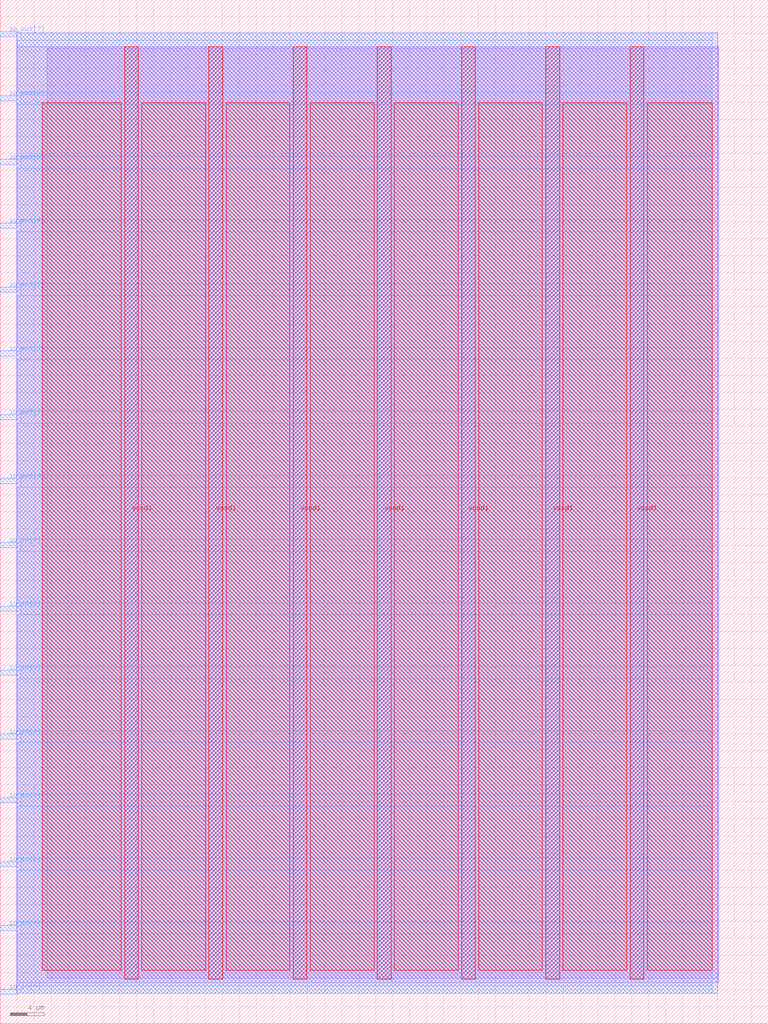
<source format=lef>
VERSION 5.7 ;
  NOWIREEXTENSIONATPIN ON ;
  DIVIDERCHAR "/" ;
  BUSBITCHARS "[]" ;
MACRO user_module_347594509754827347
  CLASS BLOCK ;
  FOREIGN user_module_347594509754827347 ;
  ORIGIN 0.000 0.000 ;
  SIZE 90.000 BY 120.000 ;
  PIN io_in[0]
    DIRECTION INPUT ;
    USE SIGNAL ;
    PORT
      LAYER met3 ;
        RECT 0.000 3.440 2.000 4.040 ;
    END
  END io_in[0]
  PIN io_in[1]
    DIRECTION INPUT ;
    USE SIGNAL ;
    PORT
      LAYER met3 ;
        RECT 0.000 10.920 2.000 11.520 ;
    END
  END io_in[1]
  PIN io_in[2]
    DIRECTION INPUT ;
    USE SIGNAL ;
    PORT
      LAYER met3 ;
        RECT 0.000 18.400 2.000 19.000 ;
    END
  END io_in[2]
  PIN io_in[3]
    DIRECTION INPUT ;
    USE SIGNAL ;
    PORT
      LAYER met3 ;
        RECT 0.000 25.880 2.000 26.480 ;
    END
  END io_in[3]
  PIN io_in[4]
    DIRECTION INPUT ;
    USE SIGNAL ;
    PORT
      LAYER met3 ;
        RECT 0.000 33.360 2.000 33.960 ;
    END
  END io_in[4]
  PIN io_in[5]
    DIRECTION INPUT ;
    USE SIGNAL ;
    PORT
      LAYER met3 ;
        RECT 0.000 40.840 2.000 41.440 ;
    END
  END io_in[5]
  PIN io_in[6]
    DIRECTION INPUT ;
    USE SIGNAL ;
    PORT
      LAYER met3 ;
        RECT 0.000 48.320 2.000 48.920 ;
    END
  END io_in[6]
  PIN io_in[7]
    DIRECTION INPUT ;
    USE SIGNAL ;
    PORT
      LAYER met3 ;
        RECT 0.000 55.800 2.000 56.400 ;
    END
  END io_in[7]
  PIN io_out[0]
    DIRECTION OUTPUT TRISTATE ;
    USE SIGNAL ;
    PORT
      LAYER met3 ;
        RECT 0.000 63.280 2.000 63.880 ;
    END
  END io_out[0]
  PIN io_out[1]
    DIRECTION OUTPUT TRISTATE ;
    USE SIGNAL ;
    PORT
      LAYER met3 ;
        RECT 0.000 70.760 2.000 71.360 ;
    END
  END io_out[1]
  PIN io_out[2]
    DIRECTION OUTPUT TRISTATE ;
    USE SIGNAL ;
    PORT
      LAYER met3 ;
        RECT 0.000 78.240 2.000 78.840 ;
    END
  END io_out[2]
  PIN io_out[3]
    DIRECTION OUTPUT TRISTATE ;
    USE SIGNAL ;
    PORT
      LAYER met3 ;
        RECT 0.000 85.720 2.000 86.320 ;
    END
  END io_out[3]
  PIN io_out[4]
    DIRECTION OUTPUT TRISTATE ;
    USE SIGNAL ;
    PORT
      LAYER met3 ;
        RECT 0.000 93.200 2.000 93.800 ;
    END
  END io_out[4]
  PIN io_out[5]
    DIRECTION OUTPUT TRISTATE ;
    USE SIGNAL ;
    PORT
      LAYER met3 ;
        RECT 0.000 100.680 2.000 101.280 ;
    END
  END io_out[5]
  PIN io_out[6]
    DIRECTION OUTPUT TRISTATE ;
    USE SIGNAL ;
    PORT
      LAYER met3 ;
        RECT 0.000 108.160 2.000 108.760 ;
    END
  END io_out[6]
  PIN io_out[7]
    DIRECTION OUTPUT TRISTATE ;
    USE SIGNAL ;
    PORT
      LAYER met3 ;
        RECT 0.000 115.640 2.000 116.240 ;
    END
  END io_out[7]
  PIN vccd1
    DIRECTION INOUT ;
    USE POWER ;
    PORT
      LAYER met4 ;
        RECT 14.590 5.200 16.190 114.480 ;
    END
    PORT
      LAYER met4 ;
        RECT 34.330 5.200 35.930 114.480 ;
    END
    PORT
      LAYER met4 ;
        RECT 54.070 5.200 55.670 114.480 ;
    END
    PORT
      LAYER met4 ;
        RECT 73.810 5.200 75.410 114.480 ;
    END
  END vccd1
  PIN vssd1
    DIRECTION INOUT ;
    USE GROUND ;
    PORT
      LAYER met4 ;
        RECT 24.460 5.200 26.060 114.480 ;
    END
    PORT
      LAYER met4 ;
        RECT 44.200 5.200 45.800 114.480 ;
    END
    PORT
      LAYER met4 ;
        RECT 63.940 5.200 65.540 114.480 ;
    END
  END vssd1
  OBS
      LAYER li1 ;
        RECT 5.520 5.355 84.180 114.325 ;
      LAYER met1 ;
        RECT 1.910 4.800 84.180 114.480 ;
      LAYER met2 ;
        RECT 1.940 3.555 84.080 116.125 ;
      LAYER met3 ;
        RECT 2.400 115.240 83.450 116.105 ;
        RECT 2.000 109.160 83.450 115.240 ;
        RECT 2.400 107.760 83.450 109.160 ;
        RECT 2.000 101.680 83.450 107.760 ;
        RECT 2.400 100.280 83.450 101.680 ;
        RECT 2.000 94.200 83.450 100.280 ;
        RECT 2.400 92.800 83.450 94.200 ;
        RECT 2.000 86.720 83.450 92.800 ;
        RECT 2.400 85.320 83.450 86.720 ;
        RECT 2.000 79.240 83.450 85.320 ;
        RECT 2.400 77.840 83.450 79.240 ;
        RECT 2.000 71.760 83.450 77.840 ;
        RECT 2.400 70.360 83.450 71.760 ;
        RECT 2.000 64.280 83.450 70.360 ;
        RECT 2.400 62.880 83.450 64.280 ;
        RECT 2.000 56.800 83.450 62.880 ;
        RECT 2.400 55.400 83.450 56.800 ;
        RECT 2.000 49.320 83.450 55.400 ;
        RECT 2.400 47.920 83.450 49.320 ;
        RECT 2.000 41.840 83.450 47.920 ;
        RECT 2.400 40.440 83.450 41.840 ;
        RECT 2.000 34.360 83.450 40.440 ;
        RECT 2.400 32.960 83.450 34.360 ;
        RECT 2.000 26.880 83.450 32.960 ;
        RECT 2.400 25.480 83.450 26.880 ;
        RECT 2.000 19.400 83.450 25.480 ;
        RECT 2.400 18.000 83.450 19.400 ;
        RECT 2.000 11.920 83.450 18.000 ;
        RECT 2.400 10.520 83.450 11.920 ;
        RECT 2.000 4.440 83.450 10.520 ;
        RECT 2.400 3.575 83.450 4.440 ;
      LAYER met4 ;
        RECT 4.895 6.295 14.190 107.945 ;
        RECT 16.590 6.295 24.060 107.945 ;
        RECT 26.460 6.295 33.930 107.945 ;
        RECT 36.330 6.295 43.800 107.945 ;
        RECT 46.200 6.295 53.670 107.945 ;
        RECT 56.070 6.295 63.540 107.945 ;
        RECT 65.940 6.295 73.410 107.945 ;
        RECT 75.810 6.295 83.425 107.945 ;
  END
END user_module_347594509754827347
END LIBRARY


</source>
